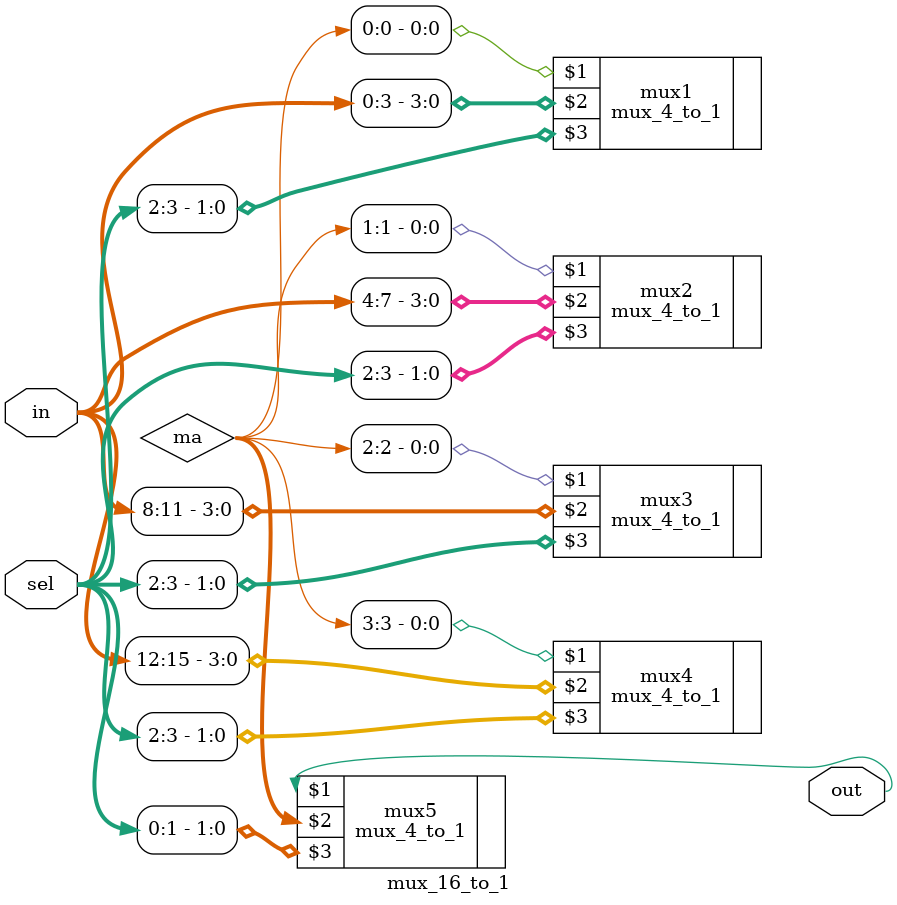
<source format=v>
module mux_16_to_1(out, in, sel);
	input [0:15] in;
	input [0:3] sel;
	output out;
	wire [0:3] ma;

	mux_4_to_1 mux1(ma[0],in[0:3],sel[2:3]);
	mux_4_to_1 mux2(ma[1],in[4:7],sel[2:3]);
	mux_4_to_1 mux3(ma[2],in[8:11],sel[2:3]);
	mux_4_to_1 mux4(ma[3],in[12:15],sel[2:3]);
	mux_4_to_1 mux5(out,ma,sel[0:1]);
endmodule
</source>
